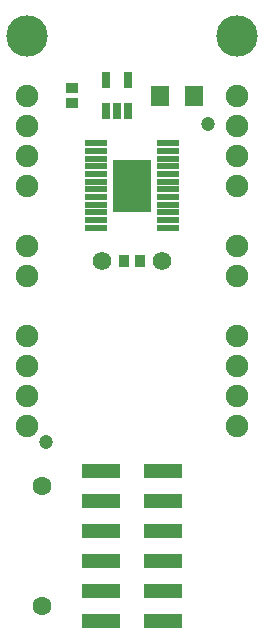
<source format=gbr>
G04 EAGLE Gerber RS-274X export*
G75*
%MOMM*%
%FSLAX34Y34*%
%LPD*%
%INSoldermask Top*%
%IPPOS*%
%AMOC8*
5,1,8,0,0,1.08239X$1,22.5*%
G01*
%ADD10C,1.903200*%
%ADD11R,0.753200X1.403200*%
%ADD12R,1.603200X1.803200*%
%ADD13R,1.103200X0.903200*%
%ADD14R,0.903200X1.103200*%
%ADD15R,3.203200X1.203200*%
%ADD16C,1.603200*%
%ADD17R,1.853200X0.603200*%
%ADD18R,3.203200X4.523200*%
%ADD19C,1.574800*%
%ADD20C,3.505200*%
%ADD21C,1.203200*%


D10*
X203200Y457200D03*
X203200Y431800D03*
X203200Y406400D03*
X203200Y381000D03*
X203200Y330200D03*
X203200Y304800D03*
X203200Y254000D03*
X203200Y228600D03*
X203200Y203200D03*
X203200Y177800D03*
X25400Y177800D03*
X25400Y203200D03*
X25400Y228600D03*
X25400Y254000D03*
X25400Y304800D03*
X25400Y330200D03*
X25400Y381000D03*
X25400Y406400D03*
X25400Y431800D03*
X25400Y457200D03*
D11*
X92100Y444199D03*
X101600Y444199D03*
X111100Y444199D03*
X111100Y470201D03*
X92100Y470201D03*
D12*
X166400Y457200D03*
X138400Y457200D03*
D13*
X63500Y450700D03*
X63500Y463700D03*
D14*
X120800Y317500D03*
X107800Y317500D03*
D15*
X88100Y63500D03*
X88100Y38100D03*
X88100Y12700D03*
X88100Y88900D03*
X88100Y114300D03*
X88100Y139700D03*
D16*
X38100Y127000D03*
X38100Y25400D03*
D15*
X140420Y63500D03*
X140420Y38100D03*
X140420Y12700D03*
X140420Y88900D03*
X140420Y114300D03*
X140420Y139700D03*
D17*
X83800Y345250D03*
X83800Y351750D03*
X83800Y358250D03*
X83800Y371250D03*
X83800Y364750D03*
X83800Y377750D03*
X83800Y384250D03*
X83800Y390750D03*
X83800Y397250D03*
X83800Y403750D03*
X144800Y345250D03*
X144800Y351750D03*
X144800Y358250D03*
X144800Y364750D03*
X144800Y371250D03*
X144800Y377750D03*
X144800Y384250D03*
X144800Y390750D03*
X144800Y397250D03*
X144800Y403750D03*
X144800Y410250D03*
X144800Y416750D03*
X83800Y416750D03*
X83800Y410250D03*
D18*
X114300Y381000D03*
D19*
X139300Y317500D03*
X89300Y317500D03*
D20*
X25400Y508000D03*
X203200Y508000D03*
D21*
X41148Y164084D03*
X179070Y433070D03*
M02*

</source>
